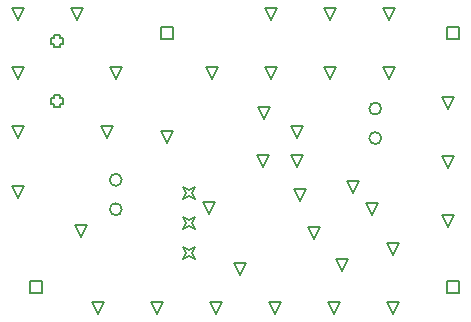
<source format=gbr>
G04*
G04 #@! TF.GenerationSoftware,Altium Limited,Altium Designer,25.8.1 (18)*
G04*
G04 Layer_Color=2752767*
%FSLAX25Y25*%
%MOIN*%
G70*
G04*
G04 #@! TF.SameCoordinates,A2030EB1-7BB1-480F-B386-6677E5CB5BAE*
G04*
G04*
G04 #@! TF.FilePolarity,Positive*
G04*
G01*
G75*
%ADD54C,0.00500*%
%ADD55C,0.00667*%
D54*
X354012Y420604D02*
Y424604D01*
X358012D01*
Y420604D01*
X354012D01*
X310573Y335869D02*
Y339869D01*
X314573D01*
Y335869D01*
X310573D01*
X449523Y335899D02*
Y339899D01*
X453523D01*
Y335899D01*
X449523D01*
X449522Y420597D02*
Y424597D01*
X453522D01*
Y420597D01*
X449522D01*
X318500Y399000D02*
Y398000D01*
X320500D01*
Y399000D01*
X321500D01*
Y401000D01*
X320500D01*
Y402000D01*
X318500D01*
Y401000D01*
X317500D01*
Y399000D01*
X318500D01*
Y419000D02*
Y418000D01*
X320500D01*
Y419000D01*
X321500D01*
Y421000D01*
X320500D01*
Y422000D01*
X318500D01*
Y421000D01*
X317500D01*
Y419000D01*
X318500D01*
X361283Y367137D02*
X362283Y369137D01*
X361283Y371137D01*
X363283Y370137D01*
X365283Y371137D01*
X364283Y369137D01*
X365283Y367137D01*
X363283Y368137D01*
X361283Y367137D01*
Y357137D02*
X362283Y359137D01*
X361283Y361137D01*
X363283Y360137D01*
X365283Y361137D01*
X364283Y359137D01*
X365283Y357137D01*
X363283Y358137D01*
X361283Y357137D01*
Y347137D02*
X362283Y349137D01*
X361283Y351137D01*
X363283Y350137D01*
X365283Y351137D01*
X364283Y349137D01*
X365283Y347137D01*
X363283Y348137D01*
X361283Y347137D01*
X356000Y386015D02*
X354000Y390015D01*
X358000D01*
X356000Y386015D01*
X388046Y378000D02*
X386046Y382000D01*
X390046D01*
X388046Y378000D01*
X400411Y366574D02*
X398411Y370574D01*
X402411D01*
X400411Y366574D01*
X380565Y341811D02*
X378565Y345811D01*
X382565D01*
X380565Y341811D01*
X414275Y343258D02*
X412275Y347258D01*
X416274D01*
X414275Y343258D01*
X388546Y394000D02*
X386546Y398000D01*
X390546D01*
X388546Y394000D01*
X418000Y369240D02*
X416000Y373240D01*
X420000D01*
X418000Y369240D01*
X430096Y426739D02*
X428096Y430739D01*
X432096D01*
X430096Y426739D01*
Y407054D02*
X428096Y411054D01*
X432096D01*
X430096Y407054D01*
X410411Y426739D02*
X408411Y430739D01*
X412411D01*
X410411Y426739D01*
Y407054D02*
X408411Y411054D01*
X412411D01*
X410411Y407054D01*
X449781Y397211D02*
X447781Y401211D01*
X451781D01*
X449781Y397211D01*
Y377526D02*
X447781Y381526D01*
X451781D01*
X449781Y377526D01*
X390726Y426739D02*
X388726Y430739D01*
X392726D01*
X390726Y426739D01*
Y407054D02*
X388726Y411054D01*
X392726D01*
X390726Y407054D01*
X399500Y387369D02*
X397500Y391369D01*
X401500D01*
X399500Y387369D01*
X449781Y357841D02*
X447781Y361841D01*
X451781D01*
X449781Y357841D01*
X431425Y348685D02*
X429425Y352685D01*
X433425D01*
X431425Y348685D01*
Y329000D02*
X429425Y333000D01*
X433425D01*
X431425Y329000D01*
X405000Y353987D02*
X403000Y357987D01*
X407000D01*
X405000Y353987D01*
X392055Y329000D02*
X390055Y333000D01*
X394055D01*
X392055Y329000D01*
X411740D02*
X409740Y333000D01*
X413740D01*
X411740Y329000D01*
X371041Y407054D02*
X369041Y411054D01*
X373041D01*
X371041Y407054D01*
X339182D02*
X337182Y411054D01*
X341182D01*
X339182Y407054D01*
X326088Y426739D02*
X324088Y430739D01*
X328088D01*
X326088Y426739D01*
X306403D02*
X304403Y430739D01*
X308403D01*
X306403Y426739D01*
Y407054D02*
X304403Y411054D01*
X308403D01*
X306403Y407054D01*
X335931Y387369D02*
X333931Y391369D01*
X337931D01*
X335931Y387369D01*
X306403D02*
X304403Y391369D01*
X308403D01*
X306403Y387369D01*
X372370Y329000D02*
X370370Y333000D01*
X374370D01*
X372370Y329000D01*
X370180Y362165D02*
X368180Y366165D01*
X372180D01*
X370180Y362165D01*
X306403Y367684D02*
X304403Y371684D01*
X308403D01*
X306403Y367684D01*
X333000Y329000D02*
X331000Y333000D01*
X335000D01*
X333000Y329000D01*
X352685D02*
X350685Y333000D01*
X354685D01*
X352685Y329000D01*
X327348Y354427D02*
X325348Y358427D01*
X329348D01*
X327348Y354427D01*
X399500Y378000D02*
X397500Y382000D01*
X401500D01*
X399500Y378000D01*
X424476Y361707D02*
X422476Y365707D01*
X426476D01*
X424476Y361707D01*
D55*
X427500Y397343D02*
G03*
X427500Y397343I-2000J0D01*
G01*
X341003Y363760D02*
G03*
X341003Y363760I-2000J0D01*
G01*
X427500Y387500D02*
G03*
X427500Y387500I-2000J0D01*
G01*
X341003Y373602D02*
G03*
X341003Y373602I-2000J0D01*
G01*
M02*

</source>
